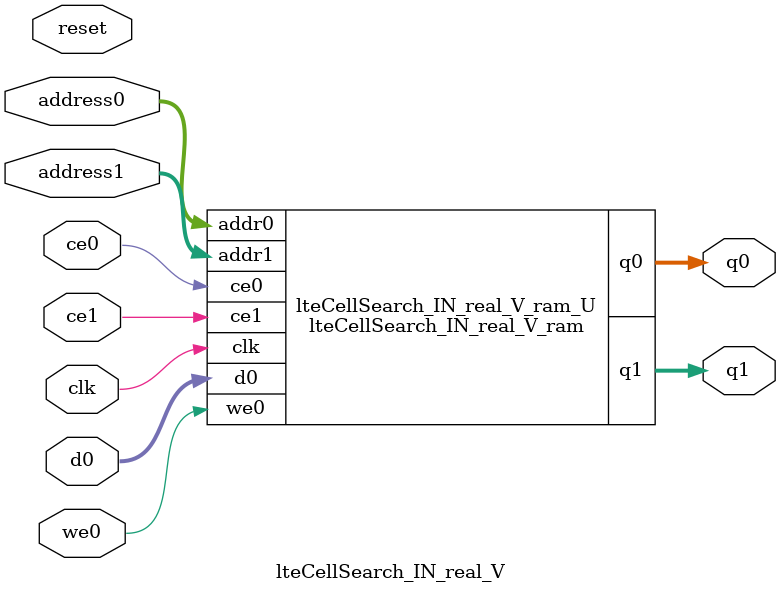
<source format=v>
`timescale 1 ns / 1 ps
module lteCellSearch_IN_real_V_ram (addr0, ce0, d0, we0, q0, addr1, ce1, q1,  clk);

parameter DWIDTH = 23;
parameter AWIDTH = 17;
parameter MEM_SIZE = 96000;

input[AWIDTH-1:0] addr0;
input ce0;
input[DWIDTH-1:0] d0;
input we0;
output reg[DWIDTH-1:0] q0;
input[AWIDTH-1:0] addr1;
input ce1;
output reg[DWIDTH-1:0] q1;
input clk;

reg [DWIDTH-1:0] ram[0:MEM_SIZE-1];




always @(posedge clk)  
begin 
    if (ce0) begin
        if (we0) 
            ram[addr0] <= d0; 
        q0 <= ram[addr0];
    end
end


always @(posedge clk)  
begin 
    if (ce1) begin
        q1 <= ram[addr1];
    end
end


endmodule

`timescale 1 ns / 1 ps
module lteCellSearch_IN_real_V(
    reset,
    clk,
    address0,
    ce0,
    we0,
    d0,
    q0,
    address1,
    ce1,
    q1);

parameter DataWidth = 32'd23;
parameter AddressRange = 32'd96000;
parameter AddressWidth = 32'd17;
input reset;
input clk;
input[AddressWidth - 1:0] address0;
input ce0;
input we0;
input[DataWidth - 1:0] d0;
output[DataWidth - 1:0] q0;
input[AddressWidth - 1:0] address1;
input ce1;
output[DataWidth - 1:0] q1;



lteCellSearch_IN_real_V_ram lteCellSearch_IN_real_V_ram_U(
    .clk( clk ),
    .addr0( address0 ),
    .ce0( ce0 ),
    .we0( we0 ),
    .d0( d0 ),
    .q0( q0 ),
    .addr1( address1 ),
    .ce1( ce1 ),
    .q1( q1 ));

endmodule


</source>
